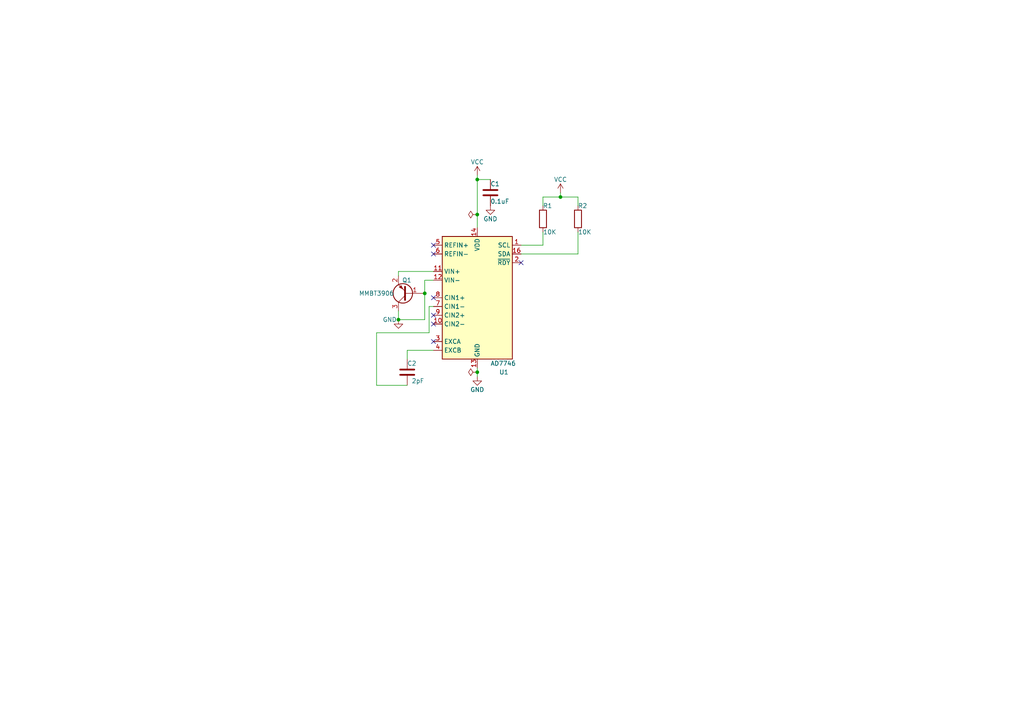
<source format=kicad_sch>
(kicad_sch (version 20211123) (generator eeschema)
  (paper "A4")
  (lib_symbols
    (symbol "Analog_ADC:AD7746"
      (property "Reference" "U" (at -10.16 18.415 0))
      (property "Value" "AD7746" (at 10.16 18.415 0))
      (symbol "AD7746_0_1"
        (rectangle (start -10.16 -17.78) (end 10.16 17.78) (stroke (width 0.254)) (fill (type background)))
      )
      (symbol "AD7746_1_1"
        (pin input line (at 12.7 15.24 180) (length 2.54) (name "SCL") (number "1"))
        (pin passive line (at -12.7 -7.62 0) (length 2.54) (name "CIN2-") (number "10"))
        (pin input line (at -12.7 7.62 0) (length 2.54) (name "VIN+") (number "11"))
        (pin input line (at -12.7 5.08 0) (length 2.54) (name "VIN-") (number "12"))
        (pin power_in line (at 0 -20.32 90) (length 2.54) (name "GND") (number "13"))
        (pin power_in line (at 0 20.32 270) (length 2.54) (name "VDD") (number "14"))
        (pin no_connect line (at 10.16 -15.24 180) (length 2.54) hide (name "NC") (number "15"))
        (pin bidirectional line (at 12.7 12.7 180) (length 2.54) (name "SDA") (number "16"))
        (pin output line (at 12.7 10.16 180) (length 2.54) (name "~{RDY}") (number "2"))
        (pin output line (at -12.7 -12.7 0) (length 2.54) (name "EXCA") (number "3"))
        (pin output line (at -12.7 -15.24 0) (length 2.54) (name "EXCB") (number "4"))
        (pin input line (at -12.7 15.24 0) (length 2.54) (name "REFIN+") (number "5"))
        (pin input line (at -12.7 12.7 0) (length 2.54) (name "REFIN-") (number "6"))
        (pin passive line (at -12.7 -2.54 0) (length 2.54) (name "CIN1-") (number "7"))
        (pin passive line (at -12.7 0 0) (length 2.54) (name "CIN1+") (number "8"))
        (pin passive line (at -12.7 -5.08 0) (length 2.54) (name "CIN2+") (number "9"))
      )
    )
    (symbol "Device:C" (pin_numbers hide) (pin_names (offset 0.254))
      (property "Reference" "C" (at 0.635 2.54 0))
      (property "Value" "C" (at 0.635 -2.54 0))
      (symbol "C_0_1"
        (polyline (pts (xy -2.032 -0.762) (xy 2.032 -0.762)) (stroke (width 0.508)))
        (polyline (pts (xy -2.032 0.762) (xy 2.032 0.762)) (stroke (width 0.508)))
      )
      (symbol "C_1_1"
        (pin passive line (at 0 3.81 270) (length 2.794) (name "~") (number "1"))
        (pin passive line (at 0 -3.81 90) (length 2.794) (name "~") (number "2"))
      )
    )
    (symbol "Device:R" (pin_numbers hide) (pin_names (offset 0))
      (property "Reference" "R" (at 2.032 0 90))
      (property "Value" "R" (at 0 0 90))
      (symbol "R_0_1"
        (rectangle (start -1.016 -2.54) (end 1.016 2.54) (stroke (width 0.254)))
      )
      (symbol "R_1_1"
        (pin passive line (at 0 3.81 270) (length 1.27) (name "~") (number "1"))
        (pin passive line (at 0 -3.81 90) (length 1.27) (name "~") (number "2"))
      )
    )
    (symbol "Transistor_BJT:MMBT3906" (pin_names (offset 0) hide)
      (property "Reference" "Q" (at 5.08 1.905 0))
      (property "Value" "MMBT3906" (at 5.08 0 0))
      (symbol "MMBT3906_0_1"
        (polyline (pts (xy 0.635 0.635) (xy 2.54 2.54)))
        (polyline (pts (xy 0.635 -0.635) (xy 2.54 -2.54) (xy 2.54 -2.54)))
        (polyline (pts (xy 0.635 1.905) (xy 0.635 -1.905) (xy 0.635 -1.905)) (stroke (width 0.508)))
        (polyline (pts (xy 2.286 -1.778) (xy 1.778 -2.286) (xy 1.27 -1.27) (xy 2.286 -1.778) (xy 2.286 -1.778)) (fill (type outline)))
        (circle (center 1.27 0) (radius 2.8194) (stroke (width 0.254)))
      )
      (symbol "MMBT3906_1_1"
        (pin input line (at -5.08 0 0) (length 5.715) (name "B") (number "1"))
        (pin passive line (at 2.54 -5.08 90) (length 2.54) (name "E") (number "2"))
        (pin passive line (at 2.54 5.08 270) (length 2.54) (name "C") (number "3"))
      )
    )
    (symbol "power:GND" (power) (pin_names (offset 0))
      (property "Value" "GND" (at 0 -3.81 0))
      (symbol "GND_0_1"
        (polyline (pts (xy 0 0) (xy 0 -1.27) (xy 1.27 -1.27) (xy 0 -2.54) (xy -1.27 -1.27) (xy 0 -1.27)))
      )
      (symbol "GND_1_1"
        (pin power_in line (at 0 0 270) (length 0) hide (name "GND") (number "1"))
      )
    )
    (symbol "power:PWR_FLAG" (power) (pin_numbers hide) (pin_names (offset 0) hide)
      (property "Value" "PWR_FLAG" (at 0 3.81 0))
      (symbol "PWR_FLAG_0_0"
        (pin power_out line (at 0 0 90) (length 0) (name "pwr") (number "1"))
      )
      (symbol "PWR_FLAG_0_1"
        (polyline (pts (xy 0 0) (xy 0 1.27) (xy -1.016 1.905) (xy 0 2.54) (xy 1.016 1.905) (xy 0 1.27)))
      )
    )
    (symbol "power:VCC" (power) (pin_names (offset 0))
      (property "Value" "VCC" (at 0 3.81 0))
      (symbol "VCC_0_1"
        (polyline (pts (xy -0.762 1.27) (xy 0 2.54)))
        (polyline (pts (xy 0 0) (xy 0 2.54)))
        (polyline (pts (xy 0 2.54) (xy 0.762 1.27)))
      )
      (symbol "VCC_1_1"
        (pin power_in line (at 0 0 90) (length 0) hide (name "VCC") (number "1"))
      )
    )
  )
  (junction (at 123.19 85.09))
  (junction (at 138.43 62.23))
  (junction (at 138.43 52.07))
  (junction (at 115.57 92.71))
  (junction (at 162.56 57.15))
  (junction (at 138.43 107.95))
  (no_connect (at 125.73 71.12))
  (no_connect (at 125.73 73.66))
  (no_connect (at 125.73 93.98))
  (no_connect (at 125.73 91.44))
  (no_connect (at 151.13 76.2))
  (no_connect (at 125.73 86.36))
  (no_connect (at 125.73 99.06))
  (wire (pts (xy 167.64 73.66) (xy 151.13 73.66)))
  (wire (pts (xy 109.22 96.52) (xy 124.46 96.52)))
  (wire (pts (xy 118.11 101.6) (xy 118.11 104.14)))
  (wire (pts (xy 157.48 59.69) (xy 157.48 57.15)))
  (wire (pts (xy 115.57 78.74) (xy 115.57 80.01)))
  (wire (pts (xy 157.48 57.15) (xy 162.56 57.15)))
  (wire (pts (xy 125.73 78.74) (xy 115.57 78.74)))
  (wire (pts (xy 123.19 81.28) (xy 123.19 85.09)))
  (wire (pts (xy 124.46 88.9) (xy 125.73 88.9)))
  (wire (pts (xy 157.48 71.12) (xy 151.13 71.12)))
  (wire (pts (xy 124.46 96.52) (xy 124.46 88.9)))
  (wire (pts (xy 115.57 90.17) (xy 115.57 92.71)))
  (wire (pts (xy 167.64 67.31) (xy 167.64 73.66)))
  (wire (pts (xy 138.43 62.23) (xy 138.43 66.04)))
  (wire (pts (xy 138.43 106.68) (xy 138.43 107.95)))
  (wire (pts (xy 138.43 107.95) (xy 138.43 109.22)))
  (wire (pts (xy 125.73 81.28) (xy 123.19 81.28)))
  (wire (pts (xy 115.57 92.71) (xy 123.19 92.71)))
  (wire (pts (xy 125.73 101.6) (xy 118.11 101.6)))
  (wire (pts (xy 167.64 57.15) (xy 167.64 59.69)))
  (wire (pts (xy 123.19 92.71) (xy 123.19 85.09)))
  (wire (pts (xy 162.56 55.88) (xy 162.56 57.15)))
  (wire (pts (xy 162.56 57.15) (xy 167.64 57.15)))
  (wire (pts (xy 109.22 111.76) (xy 109.22 96.52)))
  (wire (pts (xy 138.43 50.8) (xy 138.43 52.07)))
  (wire (pts (xy 118.11 111.76) (xy 109.22 111.76)))
  (wire (pts (xy 138.43 52.07) (xy 138.43 62.23)))
  (wire (pts (xy 157.48 67.31) (xy 157.48 71.12)))
  (wire (pts (xy 138.43 52.07) (xy 142.24 52.07)))
  (symbol (lib_id "power:PWR_FLAG") (at 138.43 107.95 90) (unit 1)
    (property "Reference" "#FLG0102" (effects hide))
    (property "Value" "PWR_FLAG" (effects hide))
  )
  (symbol (lib_id "power:GND") (at 115.57 92.71 0) (unit 1)
    (property "Reference" "#PWR04" (effects hide))
    (property "Value" "GND" (at 113.03 92.71 0))
  )
  (symbol (lib_id "power:VCC") (at 138.43 50.8 0) (unit 1)
    (property "Reference" "#PWR01" (effects hide))
    (property "Value" "VCC" (at 138.43 46.99 0))
  )
  (symbol (lib_id "Device:C") (at 118.11 107.95 0) (unit 1)
    (property "Reference" "C2" (at 118.11 105.41 0) (effects (justify left)))
    (property "Value" "2pF" (at 119.38 110.49 0) (effects (justify left)))
  )
  (symbol (lib_id "Device:R") (at 157.48 63.5 0) (unit 1)
    (property "Reference" "R1" (at 157.48 59.69 0) (effects (justify left)))
    (property "Value" "10K" (at 157.48 67.31 0) (effects (justify left)))
  )
  (symbol (lib_id "power:GND") (at 142.24 59.69 0) (unit 1)
    (property "Reference" "#PWR03" (effects hide))
    (property "Value" "GND" (at 142.24 63.5 0))
  )
  (symbol (lib_id "power:PWR_FLAG") (at 138.43 62.23 90) (unit 1)
    (property "Reference" "#FLG0101" (effects hide))
    (property "Value" "PWR_FLAG" (effects hide))
  )
  (symbol (lib_id "Device:R") (at 167.64 63.5 0) (unit 1)
    (property "Reference" "R2" (at 167.64 59.69 0) (effects (justify left)))
    (property "Value" "10K" (at 167.64 67.31 0) (effects (justify left)))
  )
  (symbol (lib_id "power:VCC") (at 162.56 55.88 0) (unit 1)
    (property "Reference" "#PWR02" (effects hide))
    (property "Value" "VCC" (at 162.56 52.07 0))
  )
  (symbol (lib_id "power:GND") (at 138.43 109.22 0) (unit 1)
    (property "Reference" "#PWR05" (effects hide))
    (property "Value" "GND" (at 138.43 113.03 0))
  )
  (symbol (lib_id "Analog_ADC:AD7746") (at 138.43 86.36 0) (unit 1)
    (property "Reference" "U1" (at 144.78 107.95 0) (effects (justify left)))
    (property "Value" "AD7746" (at 142.24 105.41 0) (effects (justify left)))
    (property "Footprint" "Package_SO:TSSOP-16_4.4x5mm_P0.65mm" (effects hide))
    (property "Datasheet" "https://www.analog.com/media/en/technical-documentation/data-sheets/AD7745_7746.pdf" (effects hide))
  )
  (symbol (lib_id "Device:C") (at 142.24 55.88 0) (unit 1)
    (property "Reference" "C1" (at 142.24 53.34 0) (effects (justify left)))
    (property "Value" "0.1uF" (at 142.24 58.42 0) (effects (justify left)))
  )
  (symbol (lib_id "Transistor_BJT:MMBT3906") (at 118.11 85.09 180) (unit 1)
    (property "Reference" "Q1" (at 119.38 81.28 0) (effects (justify left)))
    (property "Value" "MMBT3906" (at 114.3 85.09 0) (effects (justify left)))
    (property "Footprint" "Package_TO_SOT_SMD:SOT-23" (effects hide))
    (property "Datasheet" "https://www.onsemi.com/pub/Collateral/2N3906-D.PDF" (effects hide))
  )
)
</source>
